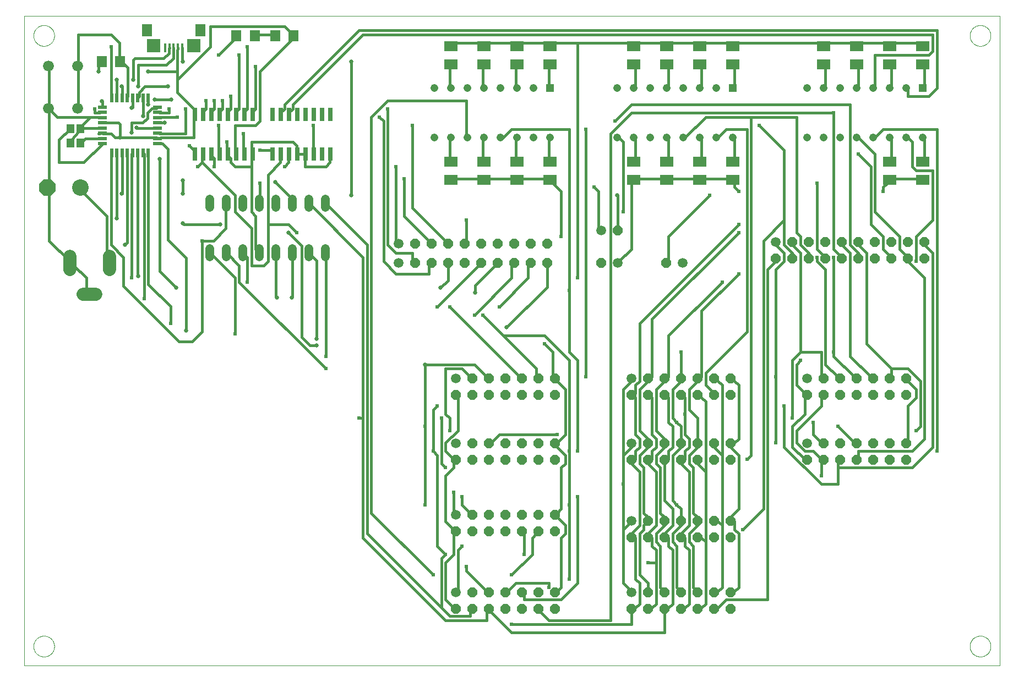
<source format=gtl>
G75*
%MOIN*%
%OFA0B0*%
%FSLAX25Y25*%
%IPPOS*%
%LPD*%
%AMOC8*
5,1,8,0,0,1.08239X$1,22.5*
%
%ADD10C,0.00000*%
%ADD11R,0.05800X0.02000*%
%ADD12R,0.02000X0.05800*%
%ADD13R,0.08268X0.07874*%
%ADD14R,0.06299X0.07480*%
%ADD15R,0.01575X0.05315*%
%ADD16R,0.04724X0.05512*%
%ADD17C,0.05200*%
%ADD18R,0.02600X0.08000*%
%ADD19R,0.04756X0.04756*%
%ADD20C,0.04756*%
%ADD21R,0.07874X0.06299*%
%ADD22C,0.10000*%
%ADD23OC8,0.10000*%
%ADD24C,0.06600*%
%ADD25R,0.06299X0.07087*%
%ADD26C,0.07874*%
%ADD27R,0.06299X0.07098*%
%ADD28C,0.05937*%
%ADD29OC8,0.05937*%
%ADD30C,0.01500*%
%ADD31C,0.01700*%
%ADD32C,0.02578*%
%ADD33C,0.02400*%
D10*
X0003630Y0001000D02*
X0003630Y0394701D01*
X0594181Y0394701D01*
X0594181Y0001000D01*
X0003630Y0001000D01*
X0009142Y0012811D02*
X0009144Y0012969D01*
X0009150Y0013127D01*
X0009160Y0013285D01*
X0009174Y0013443D01*
X0009192Y0013600D01*
X0009213Y0013757D01*
X0009239Y0013913D01*
X0009269Y0014069D01*
X0009302Y0014224D01*
X0009340Y0014377D01*
X0009381Y0014530D01*
X0009426Y0014682D01*
X0009475Y0014833D01*
X0009528Y0014982D01*
X0009584Y0015130D01*
X0009644Y0015276D01*
X0009708Y0015421D01*
X0009776Y0015564D01*
X0009847Y0015706D01*
X0009921Y0015846D01*
X0009999Y0015983D01*
X0010081Y0016119D01*
X0010165Y0016253D01*
X0010254Y0016384D01*
X0010345Y0016513D01*
X0010440Y0016640D01*
X0010537Y0016765D01*
X0010638Y0016887D01*
X0010742Y0017006D01*
X0010849Y0017123D01*
X0010959Y0017237D01*
X0011072Y0017348D01*
X0011187Y0017457D01*
X0011305Y0017562D01*
X0011426Y0017664D01*
X0011549Y0017764D01*
X0011675Y0017860D01*
X0011803Y0017953D01*
X0011933Y0018043D01*
X0012066Y0018129D01*
X0012201Y0018213D01*
X0012337Y0018292D01*
X0012476Y0018369D01*
X0012617Y0018441D01*
X0012759Y0018511D01*
X0012903Y0018576D01*
X0013049Y0018638D01*
X0013196Y0018696D01*
X0013345Y0018751D01*
X0013495Y0018802D01*
X0013646Y0018849D01*
X0013798Y0018892D01*
X0013951Y0018931D01*
X0014106Y0018967D01*
X0014261Y0018998D01*
X0014417Y0019026D01*
X0014573Y0019050D01*
X0014730Y0019070D01*
X0014888Y0019086D01*
X0015045Y0019098D01*
X0015204Y0019106D01*
X0015362Y0019110D01*
X0015520Y0019110D01*
X0015678Y0019106D01*
X0015837Y0019098D01*
X0015994Y0019086D01*
X0016152Y0019070D01*
X0016309Y0019050D01*
X0016465Y0019026D01*
X0016621Y0018998D01*
X0016776Y0018967D01*
X0016931Y0018931D01*
X0017084Y0018892D01*
X0017236Y0018849D01*
X0017387Y0018802D01*
X0017537Y0018751D01*
X0017686Y0018696D01*
X0017833Y0018638D01*
X0017979Y0018576D01*
X0018123Y0018511D01*
X0018265Y0018441D01*
X0018406Y0018369D01*
X0018545Y0018292D01*
X0018681Y0018213D01*
X0018816Y0018129D01*
X0018949Y0018043D01*
X0019079Y0017953D01*
X0019207Y0017860D01*
X0019333Y0017764D01*
X0019456Y0017664D01*
X0019577Y0017562D01*
X0019695Y0017457D01*
X0019810Y0017348D01*
X0019923Y0017237D01*
X0020033Y0017123D01*
X0020140Y0017006D01*
X0020244Y0016887D01*
X0020345Y0016765D01*
X0020442Y0016640D01*
X0020537Y0016513D01*
X0020628Y0016384D01*
X0020717Y0016253D01*
X0020801Y0016119D01*
X0020883Y0015983D01*
X0020961Y0015846D01*
X0021035Y0015706D01*
X0021106Y0015564D01*
X0021174Y0015421D01*
X0021238Y0015276D01*
X0021298Y0015130D01*
X0021354Y0014982D01*
X0021407Y0014833D01*
X0021456Y0014682D01*
X0021501Y0014530D01*
X0021542Y0014377D01*
X0021580Y0014224D01*
X0021613Y0014069D01*
X0021643Y0013913D01*
X0021669Y0013757D01*
X0021690Y0013600D01*
X0021708Y0013443D01*
X0021722Y0013285D01*
X0021732Y0013127D01*
X0021738Y0012969D01*
X0021740Y0012811D01*
X0021738Y0012653D01*
X0021732Y0012495D01*
X0021722Y0012337D01*
X0021708Y0012179D01*
X0021690Y0012022D01*
X0021669Y0011865D01*
X0021643Y0011709D01*
X0021613Y0011553D01*
X0021580Y0011398D01*
X0021542Y0011245D01*
X0021501Y0011092D01*
X0021456Y0010940D01*
X0021407Y0010789D01*
X0021354Y0010640D01*
X0021298Y0010492D01*
X0021238Y0010346D01*
X0021174Y0010201D01*
X0021106Y0010058D01*
X0021035Y0009916D01*
X0020961Y0009776D01*
X0020883Y0009639D01*
X0020801Y0009503D01*
X0020717Y0009369D01*
X0020628Y0009238D01*
X0020537Y0009109D01*
X0020442Y0008982D01*
X0020345Y0008857D01*
X0020244Y0008735D01*
X0020140Y0008616D01*
X0020033Y0008499D01*
X0019923Y0008385D01*
X0019810Y0008274D01*
X0019695Y0008165D01*
X0019577Y0008060D01*
X0019456Y0007958D01*
X0019333Y0007858D01*
X0019207Y0007762D01*
X0019079Y0007669D01*
X0018949Y0007579D01*
X0018816Y0007493D01*
X0018681Y0007409D01*
X0018545Y0007330D01*
X0018406Y0007253D01*
X0018265Y0007181D01*
X0018123Y0007111D01*
X0017979Y0007046D01*
X0017833Y0006984D01*
X0017686Y0006926D01*
X0017537Y0006871D01*
X0017387Y0006820D01*
X0017236Y0006773D01*
X0017084Y0006730D01*
X0016931Y0006691D01*
X0016776Y0006655D01*
X0016621Y0006624D01*
X0016465Y0006596D01*
X0016309Y0006572D01*
X0016152Y0006552D01*
X0015994Y0006536D01*
X0015837Y0006524D01*
X0015678Y0006516D01*
X0015520Y0006512D01*
X0015362Y0006512D01*
X0015204Y0006516D01*
X0015045Y0006524D01*
X0014888Y0006536D01*
X0014730Y0006552D01*
X0014573Y0006572D01*
X0014417Y0006596D01*
X0014261Y0006624D01*
X0014106Y0006655D01*
X0013951Y0006691D01*
X0013798Y0006730D01*
X0013646Y0006773D01*
X0013495Y0006820D01*
X0013345Y0006871D01*
X0013196Y0006926D01*
X0013049Y0006984D01*
X0012903Y0007046D01*
X0012759Y0007111D01*
X0012617Y0007181D01*
X0012476Y0007253D01*
X0012337Y0007330D01*
X0012201Y0007409D01*
X0012066Y0007493D01*
X0011933Y0007579D01*
X0011803Y0007669D01*
X0011675Y0007762D01*
X0011549Y0007858D01*
X0011426Y0007958D01*
X0011305Y0008060D01*
X0011187Y0008165D01*
X0011072Y0008274D01*
X0010959Y0008385D01*
X0010849Y0008499D01*
X0010742Y0008616D01*
X0010638Y0008735D01*
X0010537Y0008857D01*
X0010440Y0008982D01*
X0010345Y0009109D01*
X0010254Y0009238D01*
X0010165Y0009369D01*
X0010081Y0009503D01*
X0009999Y0009639D01*
X0009921Y0009776D01*
X0009847Y0009916D01*
X0009776Y0010058D01*
X0009708Y0010201D01*
X0009644Y0010346D01*
X0009584Y0010492D01*
X0009528Y0010640D01*
X0009475Y0010789D01*
X0009426Y0010940D01*
X0009381Y0011092D01*
X0009340Y0011245D01*
X0009302Y0011398D01*
X0009269Y0011553D01*
X0009239Y0011709D01*
X0009213Y0011865D01*
X0009192Y0012022D01*
X0009174Y0012179D01*
X0009160Y0012337D01*
X0009150Y0012495D01*
X0009144Y0012653D01*
X0009142Y0012811D01*
X0009142Y0382890D02*
X0009144Y0383048D01*
X0009150Y0383206D01*
X0009160Y0383364D01*
X0009174Y0383522D01*
X0009192Y0383679D01*
X0009213Y0383836D01*
X0009239Y0383992D01*
X0009269Y0384148D01*
X0009302Y0384303D01*
X0009340Y0384456D01*
X0009381Y0384609D01*
X0009426Y0384761D01*
X0009475Y0384912D01*
X0009528Y0385061D01*
X0009584Y0385209D01*
X0009644Y0385355D01*
X0009708Y0385500D01*
X0009776Y0385643D01*
X0009847Y0385785D01*
X0009921Y0385925D01*
X0009999Y0386062D01*
X0010081Y0386198D01*
X0010165Y0386332D01*
X0010254Y0386463D01*
X0010345Y0386592D01*
X0010440Y0386719D01*
X0010537Y0386844D01*
X0010638Y0386966D01*
X0010742Y0387085D01*
X0010849Y0387202D01*
X0010959Y0387316D01*
X0011072Y0387427D01*
X0011187Y0387536D01*
X0011305Y0387641D01*
X0011426Y0387743D01*
X0011549Y0387843D01*
X0011675Y0387939D01*
X0011803Y0388032D01*
X0011933Y0388122D01*
X0012066Y0388208D01*
X0012201Y0388292D01*
X0012337Y0388371D01*
X0012476Y0388448D01*
X0012617Y0388520D01*
X0012759Y0388590D01*
X0012903Y0388655D01*
X0013049Y0388717D01*
X0013196Y0388775D01*
X0013345Y0388830D01*
X0013495Y0388881D01*
X0013646Y0388928D01*
X0013798Y0388971D01*
X0013951Y0389010D01*
X0014106Y0389046D01*
X0014261Y0389077D01*
X0014417Y0389105D01*
X0014573Y0389129D01*
X0014730Y0389149D01*
X0014888Y0389165D01*
X0015045Y0389177D01*
X0015204Y0389185D01*
X0015362Y0389189D01*
X0015520Y0389189D01*
X0015678Y0389185D01*
X0015837Y0389177D01*
X0015994Y0389165D01*
X0016152Y0389149D01*
X0016309Y0389129D01*
X0016465Y0389105D01*
X0016621Y0389077D01*
X0016776Y0389046D01*
X0016931Y0389010D01*
X0017084Y0388971D01*
X0017236Y0388928D01*
X0017387Y0388881D01*
X0017537Y0388830D01*
X0017686Y0388775D01*
X0017833Y0388717D01*
X0017979Y0388655D01*
X0018123Y0388590D01*
X0018265Y0388520D01*
X0018406Y0388448D01*
X0018545Y0388371D01*
X0018681Y0388292D01*
X0018816Y0388208D01*
X0018949Y0388122D01*
X0019079Y0388032D01*
X0019207Y0387939D01*
X0019333Y0387843D01*
X0019456Y0387743D01*
X0019577Y0387641D01*
X0019695Y0387536D01*
X0019810Y0387427D01*
X0019923Y0387316D01*
X0020033Y0387202D01*
X0020140Y0387085D01*
X0020244Y0386966D01*
X0020345Y0386844D01*
X0020442Y0386719D01*
X0020537Y0386592D01*
X0020628Y0386463D01*
X0020717Y0386332D01*
X0020801Y0386198D01*
X0020883Y0386062D01*
X0020961Y0385925D01*
X0021035Y0385785D01*
X0021106Y0385643D01*
X0021174Y0385500D01*
X0021238Y0385355D01*
X0021298Y0385209D01*
X0021354Y0385061D01*
X0021407Y0384912D01*
X0021456Y0384761D01*
X0021501Y0384609D01*
X0021542Y0384456D01*
X0021580Y0384303D01*
X0021613Y0384148D01*
X0021643Y0383992D01*
X0021669Y0383836D01*
X0021690Y0383679D01*
X0021708Y0383522D01*
X0021722Y0383364D01*
X0021732Y0383206D01*
X0021738Y0383048D01*
X0021740Y0382890D01*
X0021738Y0382732D01*
X0021732Y0382574D01*
X0021722Y0382416D01*
X0021708Y0382258D01*
X0021690Y0382101D01*
X0021669Y0381944D01*
X0021643Y0381788D01*
X0021613Y0381632D01*
X0021580Y0381477D01*
X0021542Y0381324D01*
X0021501Y0381171D01*
X0021456Y0381019D01*
X0021407Y0380868D01*
X0021354Y0380719D01*
X0021298Y0380571D01*
X0021238Y0380425D01*
X0021174Y0380280D01*
X0021106Y0380137D01*
X0021035Y0379995D01*
X0020961Y0379855D01*
X0020883Y0379718D01*
X0020801Y0379582D01*
X0020717Y0379448D01*
X0020628Y0379317D01*
X0020537Y0379188D01*
X0020442Y0379061D01*
X0020345Y0378936D01*
X0020244Y0378814D01*
X0020140Y0378695D01*
X0020033Y0378578D01*
X0019923Y0378464D01*
X0019810Y0378353D01*
X0019695Y0378244D01*
X0019577Y0378139D01*
X0019456Y0378037D01*
X0019333Y0377937D01*
X0019207Y0377841D01*
X0019079Y0377748D01*
X0018949Y0377658D01*
X0018816Y0377572D01*
X0018681Y0377488D01*
X0018545Y0377409D01*
X0018406Y0377332D01*
X0018265Y0377260D01*
X0018123Y0377190D01*
X0017979Y0377125D01*
X0017833Y0377063D01*
X0017686Y0377005D01*
X0017537Y0376950D01*
X0017387Y0376899D01*
X0017236Y0376852D01*
X0017084Y0376809D01*
X0016931Y0376770D01*
X0016776Y0376734D01*
X0016621Y0376703D01*
X0016465Y0376675D01*
X0016309Y0376651D01*
X0016152Y0376631D01*
X0015994Y0376615D01*
X0015837Y0376603D01*
X0015678Y0376595D01*
X0015520Y0376591D01*
X0015362Y0376591D01*
X0015204Y0376595D01*
X0015045Y0376603D01*
X0014888Y0376615D01*
X0014730Y0376631D01*
X0014573Y0376651D01*
X0014417Y0376675D01*
X0014261Y0376703D01*
X0014106Y0376734D01*
X0013951Y0376770D01*
X0013798Y0376809D01*
X0013646Y0376852D01*
X0013495Y0376899D01*
X0013345Y0376950D01*
X0013196Y0377005D01*
X0013049Y0377063D01*
X0012903Y0377125D01*
X0012759Y0377190D01*
X0012617Y0377260D01*
X0012476Y0377332D01*
X0012337Y0377409D01*
X0012201Y0377488D01*
X0012066Y0377572D01*
X0011933Y0377658D01*
X0011803Y0377748D01*
X0011675Y0377841D01*
X0011549Y0377937D01*
X0011426Y0378037D01*
X0011305Y0378139D01*
X0011187Y0378244D01*
X0011072Y0378353D01*
X0010959Y0378464D01*
X0010849Y0378578D01*
X0010742Y0378695D01*
X0010638Y0378814D01*
X0010537Y0378936D01*
X0010440Y0379061D01*
X0010345Y0379188D01*
X0010254Y0379317D01*
X0010165Y0379448D01*
X0010081Y0379582D01*
X0009999Y0379718D01*
X0009921Y0379855D01*
X0009847Y0379995D01*
X0009776Y0380137D01*
X0009708Y0380280D01*
X0009644Y0380425D01*
X0009584Y0380571D01*
X0009528Y0380719D01*
X0009475Y0380868D01*
X0009426Y0381019D01*
X0009381Y0381171D01*
X0009340Y0381324D01*
X0009302Y0381477D01*
X0009269Y0381632D01*
X0009239Y0381788D01*
X0009213Y0381944D01*
X0009192Y0382101D01*
X0009174Y0382258D01*
X0009160Y0382416D01*
X0009150Y0382574D01*
X0009144Y0382732D01*
X0009142Y0382890D01*
X0576071Y0382890D02*
X0576073Y0383048D01*
X0576079Y0383206D01*
X0576089Y0383364D01*
X0576103Y0383522D01*
X0576121Y0383679D01*
X0576142Y0383836D01*
X0576168Y0383992D01*
X0576198Y0384148D01*
X0576231Y0384303D01*
X0576269Y0384456D01*
X0576310Y0384609D01*
X0576355Y0384761D01*
X0576404Y0384912D01*
X0576457Y0385061D01*
X0576513Y0385209D01*
X0576573Y0385355D01*
X0576637Y0385500D01*
X0576705Y0385643D01*
X0576776Y0385785D01*
X0576850Y0385925D01*
X0576928Y0386062D01*
X0577010Y0386198D01*
X0577094Y0386332D01*
X0577183Y0386463D01*
X0577274Y0386592D01*
X0577369Y0386719D01*
X0577466Y0386844D01*
X0577567Y0386966D01*
X0577671Y0387085D01*
X0577778Y0387202D01*
X0577888Y0387316D01*
X0578001Y0387427D01*
X0578116Y0387536D01*
X0578234Y0387641D01*
X0578355Y0387743D01*
X0578478Y0387843D01*
X0578604Y0387939D01*
X0578732Y0388032D01*
X0578862Y0388122D01*
X0578995Y0388208D01*
X0579130Y0388292D01*
X0579266Y0388371D01*
X0579405Y0388448D01*
X0579546Y0388520D01*
X0579688Y0388590D01*
X0579832Y0388655D01*
X0579978Y0388717D01*
X0580125Y0388775D01*
X0580274Y0388830D01*
X0580424Y0388881D01*
X0580575Y0388928D01*
X0580727Y0388971D01*
X0580880Y0389010D01*
X0581035Y0389046D01*
X0581190Y0389077D01*
X0581346Y0389105D01*
X0581502Y0389129D01*
X0581659Y0389149D01*
X0581817Y0389165D01*
X0581974Y0389177D01*
X0582133Y0389185D01*
X0582291Y0389189D01*
X0582449Y0389189D01*
X0582607Y0389185D01*
X0582766Y0389177D01*
X0582923Y0389165D01*
X0583081Y0389149D01*
X0583238Y0389129D01*
X0583394Y0389105D01*
X0583550Y0389077D01*
X0583705Y0389046D01*
X0583860Y0389010D01*
X0584013Y0388971D01*
X0584165Y0388928D01*
X0584316Y0388881D01*
X0584466Y0388830D01*
X0584615Y0388775D01*
X0584762Y0388717D01*
X0584908Y0388655D01*
X0585052Y0388590D01*
X0585194Y0388520D01*
X0585335Y0388448D01*
X0585474Y0388371D01*
X0585610Y0388292D01*
X0585745Y0388208D01*
X0585878Y0388122D01*
X0586008Y0388032D01*
X0586136Y0387939D01*
X0586262Y0387843D01*
X0586385Y0387743D01*
X0586506Y0387641D01*
X0586624Y0387536D01*
X0586739Y0387427D01*
X0586852Y0387316D01*
X0586962Y0387202D01*
X0587069Y0387085D01*
X0587173Y0386966D01*
X0587274Y0386844D01*
X0587371Y0386719D01*
X0587466Y0386592D01*
X0587557Y0386463D01*
X0587646Y0386332D01*
X0587730Y0386198D01*
X0587812Y0386062D01*
X0587890Y0385925D01*
X0587964Y0385785D01*
X0588035Y0385643D01*
X0588103Y0385500D01*
X0588167Y0385355D01*
X0588227Y0385209D01*
X0588283Y0385061D01*
X0588336Y0384912D01*
X0588385Y0384761D01*
X0588430Y0384609D01*
X0588471Y0384456D01*
X0588509Y0384303D01*
X0588542Y0384148D01*
X0588572Y0383992D01*
X0588598Y0383836D01*
X0588619Y0383679D01*
X0588637Y0383522D01*
X0588651Y0383364D01*
X0588661Y0383206D01*
X0588667Y0383048D01*
X0588669Y0382890D01*
X0588667Y0382732D01*
X0588661Y0382574D01*
X0588651Y0382416D01*
X0588637Y0382258D01*
X0588619Y0382101D01*
X0588598Y0381944D01*
X0588572Y0381788D01*
X0588542Y0381632D01*
X0588509Y0381477D01*
X0588471Y0381324D01*
X0588430Y0381171D01*
X0588385Y0381019D01*
X0588336Y0380868D01*
X0588283Y0380719D01*
X0588227Y0380571D01*
X0588167Y0380425D01*
X0588103Y0380280D01*
X0588035Y0380137D01*
X0587964Y0379995D01*
X0587890Y0379855D01*
X0587812Y0379718D01*
X0587730Y0379582D01*
X0587646Y0379448D01*
X0587557Y0379317D01*
X0587466Y0379188D01*
X0587371Y0379061D01*
X0587274Y0378936D01*
X0587173Y0378814D01*
X0587069Y0378695D01*
X0586962Y0378578D01*
X0586852Y0378464D01*
X0586739Y0378353D01*
X0586624Y0378244D01*
X0586506Y0378139D01*
X0586385Y0378037D01*
X0586262Y0377937D01*
X0586136Y0377841D01*
X0586008Y0377748D01*
X0585878Y0377658D01*
X0585745Y0377572D01*
X0585610Y0377488D01*
X0585474Y0377409D01*
X0585335Y0377332D01*
X0585194Y0377260D01*
X0585052Y0377190D01*
X0584908Y0377125D01*
X0584762Y0377063D01*
X0584615Y0377005D01*
X0584466Y0376950D01*
X0584316Y0376899D01*
X0584165Y0376852D01*
X0584013Y0376809D01*
X0583860Y0376770D01*
X0583705Y0376734D01*
X0583550Y0376703D01*
X0583394Y0376675D01*
X0583238Y0376651D01*
X0583081Y0376631D01*
X0582923Y0376615D01*
X0582766Y0376603D01*
X0582607Y0376595D01*
X0582449Y0376591D01*
X0582291Y0376591D01*
X0582133Y0376595D01*
X0581974Y0376603D01*
X0581817Y0376615D01*
X0581659Y0376631D01*
X0581502Y0376651D01*
X0581346Y0376675D01*
X0581190Y0376703D01*
X0581035Y0376734D01*
X0580880Y0376770D01*
X0580727Y0376809D01*
X0580575Y0376852D01*
X0580424Y0376899D01*
X0580274Y0376950D01*
X0580125Y0377005D01*
X0579978Y0377063D01*
X0579832Y0377125D01*
X0579688Y0377190D01*
X0579546Y0377260D01*
X0579405Y0377332D01*
X0579266Y0377409D01*
X0579130Y0377488D01*
X0578995Y0377572D01*
X0578862Y0377658D01*
X0578732Y0377748D01*
X0578604Y0377841D01*
X0578478Y0377937D01*
X0578355Y0378037D01*
X0578234Y0378139D01*
X0578116Y0378244D01*
X0578001Y0378353D01*
X0577888Y0378464D01*
X0577778Y0378578D01*
X0577671Y0378695D01*
X0577567Y0378814D01*
X0577466Y0378936D01*
X0577369Y0379061D01*
X0577274Y0379188D01*
X0577183Y0379317D01*
X0577094Y0379448D01*
X0577010Y0379582D01*
X0576928Y0379718D01*
X0576850Y0379855D01*
X0576776Y0379995D01*
X0576705Y0380137D01*
X0576637Y0380280D01*
X0576573Y0380425D01*
X0576513Y0380571D01*
X0576457Y0380719D01*
X0576404Y0380868D01*
X0576355Y0381019D01*
X0576310Y0381171D01*
X0576269Y0381324D01*
X0576231Y0381477D01*
X0576198Y0381632D01*
X0576168Y0381788D01*
X0576142Y0381944D01*
X0576121Y0382101D01*
X0576103Y0382258D01*
X0576089Y0382416D01*
X0576079Y0382574D01*
X0576073Y0382732D01*
X0576071Y0382890D01*
X0576071Y0012811D02*
X0576073Y0012969D01*
X0576079Y0013127D01*
X0576089Y0013285D01*
X0576103Y0013443D01*
X0576121Y0013600D01*
X0576142Y0013757D01*
X0576168Y0013913D01*
X0576198Y0014069D01*
X0576231Y0014224D01*
X0576269Y0014377D01*
X0576310Y0014530D01*
X0576355Y0014682D01*
X0576404Y0014833D01*
X0576457Y0014982D01*
X0576513Y0015130D01*
X0576573Y0015276D01*
X0576637Y0015421D01*
X0576705Y0015564D01*
X0576776Y0015706D01*
X0576850Y0015846D01*
X0576928Y0015983D01*
X0577010Y0016119D01*
X0577094Y0016253D01*
X0577183Y0016384D01*
X0577274Y0016513D01*
X0577369Y0016640D01*
X0577466Y0016765D01*
X0577567Y0016887D01*
X0577671Y0017006D01*
X0577778Y0017123D01*
X0577888Y0017237D01*
X0578001Y0017348D01*
X0578116Y0017457D01*
X0578234Y0017562D01*
X0578355Y0017664D01*
X0578478Y0017764D01*
X0578604Y0017860D01*
X0578732Y0017953D01*
X0578862Y0018043D01*
X0578995Y0018129D01*
X0579130Y0018213D01*
X0579266Y0018292D01*
X0579405Y0018369D01*
X0579546Y0018441D01*
X0579688Y0018511D01*
X0579832Y0018576D01*
X0579978Y0018638D01*
X0580125Y0018696D01*
X0580274Y0018751D01*
X0580424Y0018802D01*
X0580575Y0018849D01*
X0580727Y0018892D01*
X0580880Y0018931D01*
X0581035Y0018967D01*
X0581190Y0018998D01*
X0581346Y0019026D01*
X0581502Y0019050D01*
X0581659Y0019070D01*
X0581817Y0019086D01*
X0581974Y0019098D01*
X0582133Y0019106D01*
X0582291Y0019110D01*
X0582449Y0019110D01*
X0582607Y0019106D01*
X0582766Y0019098D01*
X0582923Y0019086D01*
X0583081Y0019070D01*
X0583238Y0019050D01*
X0583394Y0019026D01*
X0583550Y0018998D01*
X0583705Y0018967D01*
X0583860Y0018931D01*
X0584013Y0018892D01*
X0584165Y0018849D01*
X0584316Y0018802D01*
X0584466Y0018751D01*
X0584615Y0018696D01*
X0584762Y0018638D01*
X0584908Y0018576D01*
X0585052Y0018511D01*
X0585194Y0018441D01*
X0585335Y0018369D01*
X0585474Y0018292D01*
X0585610Y0018213D01*
X0585745Y0018129D01*
X0585878Y0018043D01*
X0586008Y0017953D01*
X0586136Y0017860D01*
X0586262Y0017764D01*
X0586385Y0017664D01*
X0586506Y0017562D01*
X0586624Y0017457D01*
X0586739Y0017348D01*
X0586852Y0017237D01*
X0586962Y0017123D01*
X0587069Y0017006D01*
X0587173Y0016887D01*
X0587274Y0016765D01*
X0587371Y0016640D01*
X0587466Y0016513D01*
X0587557Y0016384D01*
X0587646Y0016253D01*
X0587730Y0016119D01*
X0587812Y0015983D01*
X0587890Y0015846D01*
X0587964Y0015706D01*
X0588035Y0015564D01*
X0588103Y0015421D01*
X0588167Y0015276D01*
X0588227Y0015130D01*
X0588283Y0014982D01*
X0588336Y0014833D01*
X0588385Y0014682D01*
X0588430Y0014530D01*
X0588471Y0014377D01*
X0588509Y0014224D01*
X0588542Y0014069D01*
X0588572Y0013913D01*
X0588598Y0013757D01*
X0588619Y0013600D01*
X0588637Y0013443D01*
X0588651Y0013285D01*
X0588661Y0013127D01*
X0588667Y0012969D01*
X0588669Y0012811D01*
X0588667Y0012653D01*
X0588661Y0012495D01*
X0588651Y0012337D01*
X0588637Y0012179D01*
X0588619Y0012022D01*
X0588598Y0011865D01*
X0588572Y0011709D01*
X0588542Y0011553D01*
X0588509Y0011398D01*
X0588471Y0011245D01*
X0588430Y0011092D01*
X0588385Y0010940D01*
X0588336Y0010789D01*
X0588283Y0010640D01*
X0588227Y0010492D01*
X0588167Y0010346D01*
X0588103Y0010201D01*
X0588035Y0010058D01*
X0587964Y0009916D01*
X0587890Y0009776D01*
X0587812Y0009639D01*
X0587730Y0009503D01*
X0587646Y0009369D01*
X0587557Y0009238D01*
X0587466Y0009109D01*
X0587371Y0008982D01*
X0587274Y0008857D01*
X0587173Y0008735D01*
X0587069Y0008616D01*
X0586962Y0008499D01*
X0586852Y0008385D01*
X0586739Y0008274D01*
X0586624Y0008165D01*
X0586506Y0008060D01*
X0586385Y0007958D01*
X0586262Y0007858D01*
X0586136Y0007762D01*
X0586008Y0007669D01*
X0585878Y0007579D01*
X0585745Y0007493D01*
X0585610Y0007409D01*
X0585474Y0007330D01*
X0585335Y0007253D01*
X0585194Y0007181D01*
X0585052Y0007111D01*
X0584908Y0007046D01*
X0584762Y0006984D01*
X0584615Y0006926D01*
X0584466Y0006871D01*
X0584316Y0006820D01*
X0584165Y0006773D01*
X0584013Y0006730D01*
X0583860Y0006691D01*
X0583705Y0006655D01*
X0583550Y0006624D01*
X0583394Y0006596D01*
X0583238Y0006572D01*
X0583081Y0006552D01*
X0582923Y0006536D01*
X0582766Y0006524D01*
X0582607Y0006516D01*
X0582449Y0006512D01*
X0582291Y0006512D01*
X0582133Y0006516D01*
X0581974Y0006524D01*
X0581817Y0006536D01*
X0581659Y0006552D01*
X0581502Y0006572D01*
X0581346Y0006596D01*
X0581190Y0006624D01*
X0581035Y0006655D01*
X0580880Y0006691D01*
X0580727Y0006730D01*
X0580575Y0006773D01*
X0580424Y0006820D01*
X0580274Y0006871D01*
X0580125Y0006926D01*
X0579978Y0006984D01*
X0579832Y0007046D01*
X0579688Y0007111D01*
X0579546Y0007181D01*
X0579405Y0007253D01*
X0579266Y0007330D01*
X0579130Y0007409D01*
X0578995Y0007493D01*
X0578862Y0007579D01*
X0578732Y0007669D01*
X0578604Y0007762D01*
X0578478Y0007858D01*
X0578355Y0007958D01*
X0578234Y0008060D01*
X0578116Y0008165D01*
X0578001Y0008274D01*
X0577888Y0008385D01*
X0577778Y0008499D01*
X0577671Y0008616D01*
X0577567Y0008735D01*
X0577466Y0008857D01*
X0577369Y0008982D01*
X0577274Y0009109D01*
X0577183Y0009238D01*
X0577094Y0009369D01*
X0577010Y0009503D01*
X0576928Y0009639D01*
X0576850Y0009776D01*
X0576776Y0009916D01*
X0576705Y0010058D01*
X0576637Y0010201D01*
X0576573Y0010346D01*
X0576513Y0010492D01*
X0576457Y0010640D01*
X0576404Y0010789D01*
X0576355Y0010940D01*
X0576310Y0011092D01*
X0576269Y0011245D01*
X0576231Y0011398D01*
X0576198Y0011553D01*
X0576168Y0011709D01*
X0576142Y0011865D01*
X0576121Y0012022D01*
X0576103Y0012179D01*
X0576089Y0012337D01*
X0576079Y0012495D01*
X0576073Y0012653D01*
X0576071Y0012811D01*
D11*
X0084267Y0317441D03*
X0084267Y0320541D03*
X0084267Y0323741D03*
X0084267Y0326841D03*
X0084267Y0330041D03*
X0084267Y0333141D03*
X0084267Y0336341D03*
X0084267Y0339441D03*
X0050867Y0339441D03*
X0050867Y0336341D03*
X0050867Y0333141D03*
X0050867Y0330041D03*
X0050867Y0326841D03*
X0050867Y0323741D03*
X0050867Y0320541D03*
X0050867Y0317441D03*
D12*
X0056567Y0311741D03*
X0059667Y0311741D03*
X0062867Y0311741D03*
X0065967Y0311741D03*
X0069167Y0311741D03*
X0072267Y0311741D03*
X0075467Y0311741D03*
X0078567Y0311741D03*
X0078567Y0345141D03*
X0075467Y0345141D03*
X0072267Y0345141D03*
X0069167Y0345141D03*
X0065967Y0345141D03*
X0062867Y0345141D03*
X0059667Y0345141D03*
X0056567Y0345141D03*
D13*
X0081740Y0376748D03*
X0106150Y0376748D03*
D14*
X0110087Y0386000D03*
X0077803Y0386000D03*
D15*
X0088827Y0375469D03*
X0091386Y0375469D03*
X0093945Y0375469D03*
X0096504Y0375469D03*
X0099063Y0375469D03*
D16*
X0037685Y0326413D03*
X0031386Y0326413D03*
X0031386Y0317752D03*
X0037685Y0317752D03*
D17*
X0115874Y0283915D02*
X0115874Y0278715D01*
X0125874Y0278715D02*
X0125874Y0283915D01*
X0135874Y0283915D02*
X0135874Y0278715D01*
X0145874Y0278715D02*
X0145874Y0283915D01*
X0155874Y0283915D02*
X0155874Y0278715D01*
X0165874Y0278715D02*
X0165874Y0283915D01*
X0175874Y0283915D02*
X0175874Y0278715D01*
X0185874Y0278715D02*
X0185874Y0283915D01*
X0185874Y0253915D02*
X0185874Y0248715D01*
X0175874Y0248715D02*
X0175874Y0253915D01*
X0165874Y0253915D02*
X0165874Y0248715D01*
X0155874Y0248715D02*
X0155874Y0253915D01*
X0145874Y0253915D02*
X0145874Y0248715D01*
X0135874Y0248715D02*
X0135874Y0253915D01*
X0125874Y0253915D02*
X0125874Y0248715D01*
X0115874Y0248715D02*
X0115874Y0253915D01*
D18*
X0116878Y0311026D03*
X0121878Y0311026D03*
X0126878Y0311026D03*
X0131878Y0311026D03*
X0136878Y0311026D03*
X0141878Y0311026D03*
X0154004Y0311026D03*
X0159004Y0311026D03*
X0164004Y0311026D03*
X0169004Y0311026D03*
X0174004Y0311026D03*
X0179004Y0311026D03*
X0184004Y0311026D03*
X0189004Y0311026D03*
X0189004Y0335226D03*
X0184004Y0335226D03*
X0179004Y0335226D03*
X0174004Y0335226D03*
X0169004Y0335226D03*
X0164004Y0335226D03*
X0159004Y0335226D03*
X0154004Y0335226D03*
X0141878Y0335226D03*
X0136878Y0335226D03*
X0131878Y0335226D03*
X0126878Y0335226D03*
X0121878Y0335226D03*
X0116878Y0335226D03*
X0111878Y0335226D03*
X0106878Y0335226D03*
X0106878Y0311026D03*
X0111878Y0311026D03*
D19*
X0321937Y0351000D03*
X0432685Y0351000D03*
X0547370Y0351000D03*
D20*
X0537370Y0351000D03*
X0527370Y0351000D03*
X0517370Y0351000D03*
X0507370Y0351000D03*
X0497370Y0351000D03*
X0487370Y0351000D03*
X0477370Y0351000D03*
X0477370Y0321000D03*
X0487370Y0321000D03*
X0497370Y0321000D03*
X0507370Y0321000D03*
X0517370Y0321000D03*
X0527370Y0321000D03*
X0537370Y0321000D03*
X0547370Y0321000D03*
X0432685Y0321000D03*
X0422685Y0321000D03*
X0412685Y0321000D03*
X0402685Y0321000D03*
X0392685Y0321000D03*
X0382685Y0321000D03*
X0372685Y0321000D03*
X0362685Y0321000D03*
X0321937Y0321000D03*
X0311937Y0321000D03*
X0301937Y0321000D03*
X0291937Y0321000D03*
X0281937Y0321000D03*
X0271937Y0321000D03*
X0261937Y0321000D03*
X0251937Y0321000D03*
X0251937Y0351000D03*
X0261937Y0351000D03*
X0271937Y0351000D03*
X0281937Y0351000D03*
X0291937Y0351000D03*
X0301937Y0351000D03*
X0311937Y0351000D03*
X0362685Y0351000D03*
X0372685Y0351000D03*
X0382685Y0351000D03*
X0392685Y0351000D03*
X0402685Y0351000D03*
X0412685Y0351000D03*
X0422685Y0351000D03*
D21*
X0412685Y0365488D03*
X0412685Y0376512D03*
X0432685Y0376512D03*
X0432685Y0365488D03*
X0392685Y0365488D03*
X0392685Y0376512D03*
X0372685Y0376512D03*
X0372685Y0365488D03*
X0321937Y0365488D03*
X0321937Y0376512D03*
X0301937Y0376512D03*
X0301937Y0365488D03*
X0281937Y0365488D03*
X0281937Y0376512D03*
X0261937Y0376512D03*
X0261937Y0365488D03*
X0261937Y0306512D03*
X0261937Y0295488D03*
X0281937Y0295488D03*
X0281937Y0306512D03*
X0301937Y0306512D03*
X0301937Y0295488D03*
X0321937Y0295488D03*
X0321937Y0306512D03*
X0372685Y0306512D03*
X0372685Y0295488D03*
X0392685Y0295488D03*
X0392685Y0306512D03*
X0412685Y0306512D03*
X0412685Y0295488D03*
X0432685Y0295488D03*
X0432685Y0306512D03*
X0487370Y0365488D03*
X0487370Y0376512D03*
X0507370Y0376512D03*
X0507370Y0365488D03*
X0527370Y0365488D03*
X0527370Y0376512D03*
X0547370Y0376512D03*
X0547370Y0365488D03*
X0547370Y0306512D03*
X0547370Y0295488D03*
X0527370Y0295488D03*
X0527370Y0306512D03*
D22*
X0037606Y0290961D03*
D23*
X0017606Y0290961D03*
D24*
X0018052Y0338931D03*
X0035852Y0338931D03*
X0035852Y0364531D03*
X0018052Y0364531D03*
D25*
X0050480Y0367102D03*
X0061504Y0367102D03*
X0155598Y0382890D03*
X0166622Y0382890D03*
D26*
X0055205Y0249031D02*
X0055205Y0241157D01*
X0046937Y0226197D02*
X0039063Y0226197D01*
X0031189Y0241157D02*
X0031189Y0249031D01*
D27*
X0131890Y0382890D03*
X0143087Y0382890D03*
D28*
X0230283Y0256906D03*
X0230283Y0245094D03*
X0264969Y0175291D03*
X0264969Y0135921D03*
X0264969Y0092614D03*
X0264969Y0045370D03*
X0371268Y0045370D03*
X0371268Y0088677D03*
X0371268Y0135921D03*
X0371268Y0175291D03*
X0362961Y0245094D03*
X0352961Y0264780D03*
X0402331Y0245094D03*
X0458630Y0257969D03*
X0477567Y0175291D03*
X0477567Y0135921D03*
D29*
X0487567Y0135921D03*
X0497567Y0135921D03*
X0507567Y0135921D03*
X0517567Y0135921D03*
X0527567Y0135921D03*
X0537567Y0135921D03*
X0537567Y0125921D03*
X0527567Y0125921D03*
X0517567Y0125921D03*
X0507567Y0125921D03*
X0497567Y0125921D03*
X0487567Y0125921D03*
X0477567Y0125921D03*
X0431268Y0125921D03*
X0421268Y0125921D03*
X0411268Y0125921D03*
X0401268Y0125921D03*
X0391268Y0125921D03*
X0381268Y0125921D03*
X0371268Y0125921D03*
X0381268Y0135921D03*
X0391268Y0135921D03*
X0401268Y0135921D03*
X0411268Y0135921D03*
X0421268Y0135921D03*
X0431268Y0135921D03*
X0431268Y0165291D03*
X0421268Y0165291D03*
X0411268Y0165291D03*
X0401268Y0165291D03*
X0391268Y0165291D03*
X0381268Y0165291D03*
X0371268Y0165291D03*
X0381268Y0175291D03*
X0391268Y0175291D03*
X0401268Y0175291D03*
X0411268Y0175291D03*
X0421268Y0175291D03*
X0431268Y0175291D03*
X0477567Y0165291D03*
X0487567Y0165291D03*
X0497567Y0165291D03*
X0507567Y0165291D03*
X0517567Y0165291D03*
X0527567Y0165291D03*
X0537567Y0165291D03*
X0537567Y0175291D03*
X0527567Y0175291D03*
X0517567Y0175291D03*
X0507567Y0175291D03*
X0497567Y0175291D03*
X0487567Y0175291D03*
X0392331Y0245094D03*
X0362961Y0264780D03*
X0352961Y0245094D03*
X0320283Y0245094D03*
X0310283Y0245094D03*
X0300283Y0245094D03*
X0290283Y0245094D03*
X0280283Y0245094D03*
X0270283Y0245094D03*
X0260283Y0245094D03*
X0250283Y0245094D03*
X0240283Y0245094D03*
X0240283Y0256906D03*
X0250283Y0256906D03*
X0260283Y0256906D03*
X0270283Y0256906D03*
X0280283Y0256906D03*
X0290283Y0256906D03*
X0300283Y0256906D03*
X0310283Y0256906D03*
X0320283Y0256906D03*
X0324969Y0175291D03*
X0314969Y0175291D03*
X0304969Y0175291D03*
X0294969Y0175291D03*
X0284969Y0175291D03*
X0274969Y0175291D03*
X0274969Y0165291D03*
X0284969Y0165291D03*
X0294969Y0165291D03*
X0304969Y0165291D03*
X0314969Y0165291D03*
X0324969Y0165291D03*
X0324969Y0135921D03*
X0314969Y0135921D03*
X0304969Y0135921D03*
X0294969Y0135921D03*
X0284969Y0135921D03*
X0274969Y0135921D03*
X0274969Y0125921D03*
X0284969Y0125921D03*
X0294969Y0125921D03*
X0304969Y0125921D03*
X0314969Y0125921D03*
X0324969Y0125921D03*
X0324969Y0092614D03*
X0314969Y0092614D03*
X0304969Y0092614D03*
X0294969Y0092614D03*
X0284969Y0092614D03*
X0274969Y0092614D03*
X0274969Y0082614D03*
X0284969Y0082614D03*
X0294969Y0082614D03*
X0304969Y0082614D03*
X0314969Y0082614D03*
X0324969Y0082614D03*
X0371268Y0078677D03*
X0381268Y0078677D03*
X0391268Y0078677D03*
X0401268Y0078677D03*
X0411268Y0078677D03*
X0421268Y0078677D03*
X0431268Y0078677D03*
X0431268Y0088677D03*
X0421268Y0088677D03*
X0411268Y0088677D03*
X0401268Y0088677D03*
X0391268Y0088677D03*
X0381268Y0088677D03*
X0381268Y0045370D03*
X0391268Y0045370D03*
X0401268Y0045370D03*
X0411268Y0045370D03*
X0421268Y0045370D03*
X0431268Y0045370D03*
X0431268Y0035370D03*
X0421268Y0035370D03*
X0411268Y0035370D03*
X0401268Y0035370D03*
X0391268Y0035370D03*
X0381268Y0035370D03*
X0371268Y0035370D03*
X0324969Y0035370D03*
X0314969Y0035370D03*
X0304969Y0035370D03*
X0294969Y0035370D03*
X0284969Y0035370D03*
X0274969Y0035370D03*
X0264969Y0035370D03*
X0274969Y0045370D03*
X0284969Y0045370D03*
X0294969Y0045370D03*
X0304969Y0045370D03*
X0314969Y0045370D03*
X0324969Y0045370D03*
X0264969Y0082614D03*
X0264969Y0125921D03*
X0264969Y0165291D03*
X0458630Y0247969D03*
X0468630Y0247969D03*
X0468630Y0257969D03*
X0478630Y0257969D03*
X0488630Y0257969D03*
X0498630Y0257969D03*
X0508630Y0257969D03*
X0518630Y0257969D03*
X0528630Y0257969D03*
X0538630Y0257969D03*
X0548630Y0257969D03*
X0548630Y0247969D03*
X0538630Y0247969D03*
X0528630Y0247969D03*
X0518630Y0247969D03*
X0508630Y0247969D03*
X0498630Y0247969D03*
X0488630Y0247969D03*
X0478630Y0247969D03*
D30*
X0478630Y0251000D01*
X0473630Y0256000D01*
X0473630Y0261000D01*
X0471130Y0263500D01*
X0471130Y0333500D01*
X0443630Y0333500D01*
X0443630Y0128500D01*
X0441130Y0126000D01*
X0436130Y0128500D02*
X0436130Y0096000D01*
X0431130Y0091000D01*
X0431268Y0088677D01*
X0433630Y0088500D01*
X0433630Y0083500D01*
X0436130Y0081000D01*
X0436130Y0048500D01*
X0433630Y0046000D01*
X0431268Y0045370D01*
X0428630Y0041000D02*
X0453630Y0041000D01*
X0453630Y0241000D01*
X0458630Y0246000D01*
X0458630Y0247969D01*
X0463630Y0246000D02*
X0463630Y0251000D01*
X0458630Y0256000D01*
X0458630Y0257969D01*
X0463630Y0256000D02*
X0468630Y0251000D01*
X0468630Y0247969D01*
X0463630Y0246000D02*
X0458630Y0241000D01*
X0458630Y0176000D01*
X0458630Y0136000D01*
X0463630Y0133500D02*
X0486130Y0111000D01*
X0496130Y0111000D01*
X0496130Y0121000D01*
X0541130Y0121000D01*
X0553630Y0133500D01*
X0553630Y0251000D01*
X0548630Y0256000D01*
X0548630Y0257969D01*
X0543630Y0261000D02*
X0543630Y0246000D01*
X0538630Y0246000D02*
X0538630Y0247969D01*
X0538630Y0248500D01*
X0533630Y0253500D01*
X0533630Y0261000D01*
X0518630Y0276000D01*
X0518630Y0311000D01*
X0508630Y0321000D01*
X0507370Y0321000D01*
X0517370Y0321000D02*
X0518630Y0321000D01*
X0523630Y0326000D01*
X0556130Y0326000D01*
X0556130Y0131000D01*
X0548630Y0138500D02*
X0541130Y0131000D01*
X0508630Y0131000D01*
X0508630Y0126000D01*
X0507567Y0125921D01*
X0497567Y0125921D02*
X0496130Y0123500D01*
X0496130Y0121000D01*
X0487567Y0125921D02*
X0486130Y0123500D01*
X0486130Y0116000D01*
X0486130Y0126000D02*
X0487567Y0125921D01*
X0486130Y0126000D02*
X0481130Y0131000D01*
X0476130Y0131000D01*
X0471130Y0136000D01*
X0471130Y0143500D01*
X0486130Y0158500D01*
X0486130Y0163500D01*
X0487567Y0165291D01*
X0477567Y0165291D02*
X0476130Y0166000D01*
X0471130Y0171000D01*
X0471130Y0183500D01*
X0473630Y0186000D01*
X0473630Y0191000D02*
X0473630Y0251000D01*
X0468630Y0256000D01*
X0468630Y0257969D01*
X0463630Y0256000D02*
X0463630Y0271000D01*
X0451130Y0258500D01*
X0451130Y0096000D01*
X0438630Y0083500D01*
X0426130Y0086000D02*
X0423630Y0088500D01*
X0421268Y0088677D01*
X0426130Y0086000D02*
X0426130Y0128500D01*
X0426130Y0171000D01*
X0423630Y0173500D01*
X0421268Y0175291D01*
X0416130Y0178500D02*
X0416130Y0171000D01*
X0421130Y0166000D01*
X0421268Y0165291D01*
X0416130Y0161000D02*
X0416130Y0118500D01*
X0416130Y0076000D01*
X0413630Y0078500D01*
X0411268Y0078677D01*
X0416130Y0076000D02*
X0416130Y0038500D01*
X0413630Y0036000D01*
X0411268Y0035370D01*
X0406130Y0038500D02*
X0406130Y0071000D01*
X0403630Y0073500D01*
X0403630Y0078500D01*
X0401268Y0078677D01*
X0401130Y0081000D01*
X0406130Y0086000D01*
X0406130Y0118500D01*
X0401130Y0123500D01*
X0401268Y0125921D01*
X0403630Y0126000D01*
X0403630Y0131000D01*
X0406130Y0133500D01*
X0406130Y0138500D01*
X0403630Y0141000D01*
X0403630Y0153500D01*
X0403630Y0163500D01*
X0401268Y0165291D01*
X0406130Y0168500D02*
X0406130Y0156000D01*
X0411130Y0151000D01*
X0411130Y0136000D01*
X0411268Y0135921D01*
X0411130Y0133500D01*
X0406130Y0128500D01*
X0406130Y0123500D01*
X0408630Y0121000D01*
X0408630Y0093500D01*
X0411130Y0091000D01*
X0411268Y0088677D01*
X0411130Y0088500D01*
X0411130Y0086000D01*
X0406130Y0081000D01*
X0406130Y0076000D01*
X0408630Y0073500D01*
X0408630Y0048500D01*
X0411130Y0046000D01*
X0411268Y0045370D01*
X0421268Y0045370D02*
X0423630Y0046000D01*
X0426130Y0048500D01*
X0426130Y0086000D01*
X0401130Y0086000D02*
X0401130Y0088500D01*
X0401268Y0088677D01*
X0401130Y0091000D01*
X0401130Y0096000D01*
X0398630Y0098500D01*
X0396130Y0101000D01*
X0396130Y0128500D01*
X0401130Y0133500D01*
X0401268Y0135921D01*
X0401130Y0136000D01*
X0401130Y0146000D01*
X0398630Y0148500D01*
X0396130Y0151000D01*
X0396130Y0168500D01*
X0401130Y0173500D01*
X0401268Y0175291D01*
X0401130Y0176000D01*
X0401130Y0191000D01*
X0393630Y0201000D02*
X0393630Y0176000D01*
X0391268Y0175291D01*
X0391130Y0173500D01*
X0386130Y0168500D01*
X0386130Y0143500D01*
X0391130Y0138500D01*
X0391130Y0136000D01*
X0391268Y0135921D01*
X0391130Y0133500D01*
X0386130Y0128500D01*
X0386130Y0123500D01*
X0388630Y0121000D01*
X0388630Y0093500D01*
X0391130Y0091000D01*
X0391268Y0088677D01*
X0391130Y0088500D01*
X0391130Y0086000D01*
X0386130Y0081000D01*
X0386130Y0076000D01*
X0388630Y0073500D01*
X0388630Y0048500D01*
X0391130Y0046000D01*
X0391268Y0045370D01*
X0398630Y0048500D02*
X0398630Y0073500D01*
X0396130Y0076000D01*
X0396130Y0081000D01*
X0401130Y0086000D01*
X0396130Y0086000D02*
X0396130Y0096000D01*
X0391130Y0101000D01*
X0391130Y0123500D01*
X0391268Y0125921D01*
X0393630Y0126000D01*
X0393630Y0131000D01*
X0396130Y0133500D01*
X0396130Y0146000D01*
X0393630Y0148500D01*
X0393630Y0163500D01*
X0391268Y0165291D01*
X0383630Y0163500D02*
X0381268Y0165291D01*
X0383630Y0163500D02*
X0383630Y0141000D01*
X0386130Y0138500D01*
X0386130Y0133500D01*
X0383630Y0131000D01*
X0383630Y0126000D01*
X0381268Y0125921D01*
X0381130Y0123500D01*
X0386130Y0118500D01*
X0386130Y0086000D01*
X0381130Y0081000D01*
X0381268Y0078677D01*
X0383630Y0078500D01*
X0383630Y0073500D01*
X0386130Y0071000D01*
X0386130Y0063500D01*
X0381130Y0063500D01*
X0386130Y0063500D02*
X0386130Y0038500D01*
X0383630Y0036000D01*
X0381268Y0035370D01*
X0376130Y0038500D02*
X0376130Y0051000D01*
X0373630Y0053500D01*
X0373630Y0078500D01*
X0371268Y0078677D01*
X0371130Y0081000D01*
X0376130Y0086000D01*
X0376130Y0118500D01*
X0371130Y0123500D01*
X0371268Y0125921D01*
X0373630Y0126000D01*
X0373630Y0131000D01*
X0376130Y0133500D01*
X0376130Y0138500D01*
X0373630Y0141000D01*
X0373630Y0163500D01*
X0371268Y0165291D01*
X0373630Y0166000D01*
X0373630Y0171000D01*
X0376130Y0173500D01*
X0376130Y0208500D01*
X0436130Y0268500D01*
X0436130Y0263500D02*
X0383630Y0211000D01*
X0383630Y0176000D01*
X0381268Y0175291D01*
X0381130Y0173500D01*
X0376130Y0168500D01*
X0376130Y0143500D01*
X0381130Y0138500D01*
X0381130Y0136000D01*
X0381268Y0135921D01*
X0381130Y0133500D01*
X0376130Y0128500D01*
X0376130Y0123500D01*
X0378630Y0121000D01*
X0378630Y0093500D01*
X0381130Y0091000D01*
X0381268Y0088677D01*
X0381130Y0088500D01*
X0378630Y0086000D01*
X0378630Y0083500D01*
X0376130Y0081000D01*
X0376130Y0056000D01*
X0381130Y0051000D01*
X0381130Y0046000D01*
X0381268Y0045370D01*
X0376130Y0038500D02*
X0373630Y0036000D01*
X0371268Y0035370D01*
X0371130Y0033500D01*
X0371130Y0026000D01*
X0298630Y0026000D01*
X0298630Y0021000D02*
X0391130Y0021000D01*
X0391130Y0033500D01*
X0391268Y0035370D01*
X0393630Y0036000D01*
X0396130Y0038500D01*
X0396130Y0071000D01*
X0393630Y0073500D01*
X0393630Y0078500D01*
X0391268Y0078677D01*
X0391130Y0081000D01*
X0396130Y0086000D01*
X0371268Y0088677D02*
X0371130Y0088500D01*
X0366130Y0083500D01*
X0366130Y0111000D01*
X0366130Y0128500D01*
X0366130Y0168500D01*
X0371130Y0173500D01*
X0371268Y0175291D01*
X0343630Y0176000D02*
X0343630Y0326000D01*
X0333630Y0326000D02*
X0333630Y0228500D01*
X0333630Y0191000D01*
X0338630Y0186000D01*
X0338630Y0131000D01*
X0333630Y0131000D02*
X0333630Y0098500D01*
X0333630Y0053500D01*
X0338630Y0051000D02*
X0328630Y0041000D01*
X0306130Y0041000D01*
X0306130Y0043500D01*
X0304969Y0045370D01*
X0301130Y0051000D02*
X0321130Y0051000D01*
X0321130Y0048500D01*
X0324969Y0045370D02*
X0326130Y0046000D01*
X0328630Y0048500D01*
X0328630Y0078500D01*
X0331130Y0081000D01*
X0331130Y0086000D01*
X0326130Y0091000D01*
X0324969Y0092614D01*
X0326130Y0093500D01*
X0328630Y0096000D01*
X0328630Y0121000D01*
X0331130Y0123500D01*
X0331130Y0128500D01*
X0326130Y0133500D01*
X0324969Y0135921D01*
X0326130Y0136000D01*
X0331130Y0141000D01*
X0331130Y0168500D01*
X0326130Y0173500D01*
X0324969Y0175291D01*
X0323630Y0176000D01*
X0323630Y0191000D01*
X0318630Y0196000D01*
X0318630Y0201000D02*
X0293630Y0201000D01*
X0281130Y0213500D01*
X0276130Y0213500D02*
X0298630Y0236000D01*
X0298630Y0243500D01*
X0300283Y0245094D01*
X0308630Y0243500D02*
X0310283Y0245094D01*
X0308630Y0243500D02*
X0308630Y0236000D01*
X0291130Y0218500D01*
X0295630Y0206000D02*
X0320283Y0230654D01*
X0320283Y0245094D01*
X0338630Y0236000D02*
X0338630Y0378500D01*
X0323630Y0378500D01*
X0321937Y0376512D01*
X0321130Y0378500D01*
X0303630Y0378500D01*
X0301937Y0376512D01*
X0301130Y0378500D01*
X0283630Y0378500D01*
X0281937Y0376512D01*
X0281130Y0378500D01*
X0263630Y0378500D01*
X0261937Y0376512D01*
X0261937Y0365488D02*
X0261130Y0363500D01*
X0261130Y0351000D01*
X0261937Y0351000D01*
X0271130Y0343500D02*
X0271130Y0321000D01*
X0271937Y0321000D01*
X0261937Y0321000D02*
X0261130Y0321000D01*
X0261130Y0308500D01*
X0261937Y0306512D01*
X0263630Y0296000D02*
X0261937Y0295488D01*
X0263630Y0296000D02*
X0281130Y0296000D01*
X0281937Y0295488D01*
X0283630Y0296000D01*
X0301130Y0296000D01*
X0301937Y0295488D01*
X0303630Y0296000D01*
X0321130Y0296000D01*
X0321937Y0295488D01*
X0323630Y0293500D01*
X0328630Y0288500D01*
X0328630Y0261000D01*
X0351130Y0266000D02*
X0352961Y0264780D01*
X0351130Y0266000D02*
X0351130Y0288500D01*
X0348630Y0291000D01*
X0362630Y0286000D02*
X0362961Y0285669D01*
X0362961Y0264780D01*
X0366130Y0276000D02*
X0366130Y0318500D01*
X0363630Y0321000D01*
X0362685Y0321000D01*
X0358630Y0323500D02*
X0371130Y0336000D01*
X0493630Y0336000D01*
X0493630Y0253500D01*
X0498630Y0248500D01*
X0498630Y0247969D01*
X0493630Y0248500D02*
X0493630Y0191000D01*
X0493630Y0188500D01*
X0506130Y0176000D01*
X0507567Y0175291D01*
X0516130Y0176000D02*
X0517567Y0175291D01*
X0516130Y0176000D02*
X0503630Y0188500D01*
X0503630Y0251000D01*
X0498630Y0256000D01*
X0498630Y0257969D01*
X0503630Y0256000D02*
X0508630Y0251000D01*
X0508630Y0247969D01*
X0513630Y0251000D02*
X0513630Y0196000D01*
X0528630Y0181000D01*
X0528630Y0176000D01*
X0527567Y0175291D01*
X0528630Y0181000D02*
X0538630Y0181000D01*
X0546130Y0173500D01*
X0546130Y0146000D01*
X0543630Y0143500D01*
X0548630Y0138500D02*
X0548630Y0236000D01*
X0538630Y0246000D01*
X0528630Y0247969D02*
X0528630Y0248500D01*
X0523630Y0253500D01*
X0523630Y0261000D01*
X0516130Y0268500D01*
X0516130Y0303500D01*
X0508630Y0311000D01*
X0527370Y0306512D02*
X0528630Y0308500D01*
X0528630Y0321000D01*
X0527370Y0321000D01*
X0537370Y0321000D02*
X0538630Y0321000D01*
X0541130Y0318500D01*
X0541130Y0303500D01*
X0543630Y0301000D01*
X0553630Y0301000D01*
X0553630Y0271000D01*
X0543630Y0261000D01*
X0513630Y0251000D02*
X0508630Y0256000D01*
X0508630Y0257969D01*
X0503630Y0256000D02*
X0503630Y0341000D01*
X0371130Y0341000D01*
X0361130Y0331000D01*
X0358630Y0323500D02*
X0358630Y0028500D01*
X0321130Y0028500D01*
X0316130Y0033500D01*
X0314969Y0035370D01*
X0301130Y0051000D02*
X0296130Y0046000D01*
X0294969Y0045370D01*
X0284969Y0045370D02*
X0283630Y0046000D01*
X0271130Y0058500D01*
X0271130Y0061000D01*
X0263630Y0068500D02*
X0263630Y0081000D01*
X0264969Y0082614D01*
X0263630Y0083500D01*
X0258630Y0088500D01*
X0258630Y0116000D01*
X0263630Y0121000D01*
X0263630Y0123500D01*
X0264969Y0125921D01*
X0263630Y0126000D01*
X0258630Y0131000D01*
X0258630Y0136000D01*
X0266130Y0143500D01*
X0266130Y0163500D01*
X0264969Y0165291D01*
X0253630Y0158500D02*
X0251130Y0156000D01*
X0251130Y0131000D01*
X0253630Y0128500D01*
X0253630Y0073500D01*
X0258630Y0068500D01*
X0256130Y0066000D01*
X0256130Y0036000D01*
X0211130Y0081000D01*
X0211130Y0256000D01*
X0186130Y0281000D01*
X0185874Y0281315D01*
X0176130Y0281000D02*
X0175874Y0281315D01*
X0176130Y0281000D02*
X0208630Y0248500D01*
X0208630Y0151000D01*
X0206130Y0151000D01*
X0208630Y0151000D02*
X0208630Y0078500D01*
X0258630Y0028500D01*
X0283630Y0028500D01*
X0283630Y0033500D01*
X0284969Y0035370D01*
X0286130Y0033500D01*
X0298630Y0021000D01*
X0274969Y0035370D02*
X0273630Y0033500D01*
X0273630Y0031000D01*
X0261130Y0031000D01*
X0256130Y0036000D01*
X0258630Y0041000D02*
X0258630Y0063500D01*
X0263630Y0068500D01*
X0266130Y0071000D02*
X0266130Y0046000D01*
X0264969Y0045370D01*
X0258630Y0041000D02*
X0263630Y0036000D01*
X0264969Y0035370D01*
X0251130Y0056000D02*
X0213630Y0093500D01*
X0213630Y0333500D01*
X0223630Y0343500D01*
X0271130Y0343500D01*
X0281130Y0351000D02*
X0281937Y0351000D01*
X0281130Y0351000D02*
X0281130Y0363500D01*
X0281937Y0365488D01*
X0301130Y0363500D02*
X0301130Y0351000D01*
X0301937Y0351000D01*
X0301130Y0363500D02*
X0301937Y0365488D01*
X0321130Y0363500D02*
X0321130Y0351000D01*
X0321937Y0351000D01*
X0321130Y0363500D02*
X0321937Y0365488D01*
X0338630Y0378500D02*
X0371130Y0378500D01*
X0372685Y0376512D01*
X0373630Y0378500D01*
X0391130Y0378500D01*
X0392685Y0376512D01*
X0393630Y0378500D01*
X0411130Y0378500D01*
X0412685Y0376512D01*
X0413630Y0378500D01*
X0431130Y0378500D01*
X0432685Y0376512D01*
X0433630Y0378500D01*
X0486130Y0378500D01*
X0487370Y0376512D01*
X0488630Y0378500D01*
X0506130Y0378500D01*
X0507370Y0376512D01*
X0508630Y0378500D01*
X0526130Y0378500D01*
X0527370Y0376512D01*
X0528630Y0378500D01*
X0546130Y0378500D01*
X0547370Y0376512D01*
X0551130Y0371000D02*
X0518630Y0371000D01*
X0518630Y0351000D01*
X0517370Y0351000D01*
X0508630Y0351000D02*
X0507370Y0351000D01*
X0508630Y0351000D02*
X0508630Y0363500D01*
X0507370Y0365488D01*
X0488630Y0363500D02*
X0488630Y0351000D01*
X0487370Y0351000D01*
X0488630Y0363500D02*
X0487370Y0365488D01*
X0527370Y0365488D02*
X0528630Y0363500D01*
X0528630Y0351000D01*
X0527370Y0351000D01*
X0537370Y0351000D02*
X0538630Y0351000D01*
X0538630Y0346000D01*
X0551130Y0346000D01*
X0556130Y0351000D01*
X0556130Y0386000D01*
X0206130Y0386000D01*
X0161130Y0341000D01*
X0161130Y0338500D01*
X0158630Y0336000D01*
X0159004Y0335226D01*
X0163630Y0336000D02*
X0166130Y0338500D01*
X0166130Y0341000D01*
X0208630Y0383500D01*
X0553630Y0383500D01*
X0553630Y0373500D01*
X0551130Y0371000D01*
X0547370Y0365488D02*
X0548630Y0363500D01*
X0548630Y0351000D01*
X0547370Y0351000D01*
X0547370Y0321000D02*
X0548630Y0321000D01*
X0548630Y0308500D01*
X0547370Y0306512D01*
X0546130Y0296000D02*
X0547370Y0295488D01*
X0546130Y0296000D02*
X0528630Y0296000D01*
X0527370Y0295488D01*
X0526130Y0293500D01*
X0523630Y0291000D01*
X0523630Y0288500D01*
X0483630Y0293500D02*
X0483630Y0253500D01*
X0488630Y0248500D01*
X0488630Y0247969D01*
X0483630Y0248500D02*
X0483630Y0246000D01*
X0488630Y0241000D01*
X0488630Y0183500D01*
X0496130Y0176000D01*
X0497567Y0175291D01*
X0487567Y0175291D02*
X0486130Y0176000D01*
X0486130Y0191000D01*
X0473630Y0191000D01*
X0468630Y0186000D01*
X0468630Y0151000D01*
X0468630Y0146000D02*
X0476130Y0153500D01*
X0476130Y0163500D01*
X0477567Y0165291D01*
X0463630Y0158500D02*
X0463630Y0133500D01*
X0468630Y0133500D02*
X0468630Y0146000D01*
X0481130Y0148500D02*
X0481130Y0141000D01*
X0486130Y0136000D01*
X0487567Y0135921D01*
X0496130Y0146000D02*
X0506130Y0136000D01*
X0507567Y0135921D01*
X0537567Y0135921D02*
X0538630Y0136000D01*
X0538630Y0158500D01*
X0543630Y0163500D01*
X0543630Y0168500D01*
X0538630Y0173500D01*
X0537567Y0175291D01*
X0476130Y0126000D02*
X0468630Y0133500D01*
X0476130Y0126000D02*
X0477567Y0125921D01*
X0436130Y0128500D02*
X0431130Y0133500D01*
X0431268Y0135921D01*
X0433630Y0136000D01*
X0436130Y0138500D01*
X0436130Y0171000D01*
X0433630Y0173500D01*
X0431268Y0175291D01*
X0416130Y0178500D02*
X0441130Y0203500D01*
X0441130Y0326000D01*
X0428630Y0326000D01*
X0423630Y0321000D01*
X0422685Y0321000D01*
X0432685Y0321000D02*
X0433630Y0321000D01*
X0433630Y0308500D01*
X0432685Y0306512D01*
X0431130Y0296000D02*
X0432685Y0295488D01*
X0433630Y0293500D01*
X0433630Y0291000D01*
X0436130Y0288500D01*
X0431130Y0296000D02*
X0413630Y0296000D01*
X0412685Y0295488D01*
X0411130Y0296000D01*
X0393630Y0296000D01*
X0392685Y0295488D01*
X0391130Y0296000D01*
X0373630Y0296000D01*
X0372685Y0295488D01*
X0371130Y0293500D01*
X0371130Y0253500D01*
X0363630Y0246000D01*
X0362961Y0245094D01*
X0392331Y0245094D02*
X0393630Y0246000D01*
X0393630Y0261000D01*
X0418630Y0286000D01*
X0412685Y0306512D02*
X0413630Y0308500D01*
X0413630Y0321000D01*
X0412685Y0321000D01*
X0403630Y0321000D02*
X0402685Y0321000D01*
X0403630Y0321000D02*
X0416130Y0333500D01*
X0443630Y0333500D01*
X0448630Y0328500D02*
X0463630Y0313500D01*
X0463630Y0271000D01*
X0436130Y0238500D02*
X0413630Y0216000D01*
X0413630Y0176000D01*
X0411268Y0175291D01*
X0411130Y0173500D01*
X0406130Y0168500D01*
X0411268Y0165291D02*
X0413630Y0163500D01*
X0416130Y0161000D01*
X0421268Y0135921D02*
X0421130Y0133500D01*
X0426130Y0128500D01*
X0416130Y0118500D02*
X0411130Y0123500D01*
X0411268Y0125921D01*
X0371130Y0133500D02*
X0371268Y0135921D01*
X0371130Y0133500D02*
X0366130Y0128500D01*
X0333630Y0131000D02*
X0333630Y0186000D01*
X0318630Y0201000D01*
X0313630Y0181000D02*
X0293630Y0201000D01*
X0276130Y0183500D02*
X0246130Y0183500D01*
X0246130Y0146000D01*
X0246130Y0098500D01*
X0263630Y0093500D02*
X0264969Y0092614D01*
X0263630Y0093500D02*
X0263630Y0106000D01*
X0268630Y0103500D02*
X0268630Y0098500D01*
X0273630Y0093500D01*
X0274969Y0092614D01*
X0268630Y0073500D02*
X0266130Y0071000D01*
X0298630Y0056000D02*
X0311130Y0068500D01*
X0311130Y0078500D01*
X0313630Y0081000D01*
X0314969Y0082614D01*
X0306130Y0081000D02*
X0304969Y0082614D01*
X0306130Y0081000D02*
X0306130Y0068500D01*
X0338630Y0051000D02*
X0338630Y0103500D01*
X0366130Y0083500D02*
X0366130Y0051000D01*
X0371130Y0046000D01*
X0371268Y0045370D01*
X0398630Y0048500D02*
X0401130Y0046000D01*
X0401268Y0045370D01*
X0406130Y0038500D02*
X0403630Y0036000D01*
X0401268Y0035370D01*
X0421268Y0035370D02*
X0423630Y0036000D01*
X0428630Y0041000D01*
X0291130Y0141000D02*
X0286130Y0136000D01*
X0284969Y0135921D01*
X0291130Y0141000D02*
X0326130Y0141000D01*
X0314969Y0175291D02*
X0313630Y0176000D01*
X0313630Y0181000D01*
X0304969Y0175291D02*
X0303630Y0176000D01*
X0261130Y0218500D01*
X0253630Y0218500D02*
X0278630Y0243500D01*
X0280283Y0245094D01*
X0290283Y0245094D02*
X0276630Y0231441D01*
X0276630Y0227000D01*
X0260283Y0234654D02*
X0255630Y0230000D01*
X0260283Y0234654D02*
X0260283Y0245094D01*
X0250283Y0245094D02*
X0248630Y0243500D01*
X0248630Y0238500D01*
X0228630Y0238500D01*
X0221130Y0246000D01*
X0221130Y0331000D01*
X0218630Y0333500D01*
X0223630Y0338500D02*
X0223630Y0256000D01*
X0228630Y0251000D01*
X0238630Y0251000D01*
X0238630Y0246000D01*
X0240283Y0245094D01*
X0230283Y0256906D02*
X0228630Y0258500D01*
X0228630Y0303500D01*
X0233630Y0296000D02*
X0233630Y0273500D01*
X0248630Y0258500D01*
X0250283Y0256906D01*
X0258630Y0258500D02*
X0260283Y0256906D01*
X0258630Y0258500D02*
X0238630Y0278500D01*
X0238630Y0328500D01*
X0281130Y0321000D02*
X0281130Y0308500D01*
X0281937Y0306512D01*
X0301130Y0308500D02*
X0301937Y0306512D01*
X0301130Y0308500D02*
X0301130Y0321000D01*
X0301937Y0321000D01*
X0298630Y0326000D02*
X0333630Y0326000D01*
X0321937Y0321000D02*
X0321130Y0321000D01*
X0321130Y0308500D01*
X0321937Y0306512D01*
X0298630Y0326000D02*
X0293630Y0321000D01*
X0291937Y0321000D01*
X0281937Y0321000D02*
X0281130Y0321000D01*
X0271130Y0271000D02*
X0271130Y0258500D01*
X0270283Y0256906D01*
X0201630Y0286000D02*
X0201630Y0367000D01*
X0166130Y0381000D02*
X0166622Y0382890D01*
X0166130Y0383500D01*
X0161130Y0388500D01*
X0116130Y0388500D01*
X0116130Y0376000D01*
X0096130Y0356000D01*
X0096130Y0361000D01*
X0096130Y0373500D01*
X0096504Y0375469D01*
X0121130Y0371000D02*
X0131130Y0381000D01*
X0131890Y0382890D01*
X0138630Y0376000D02*
X0138630Y0338500D01*
X0136130Y0336000D01*
X0136878Y0335226D01*
X0141130Y0336000D02*
X0141878Y0335226D01*
X0141130Y0336000D02*
X0143630Y0338500D01*
X0143630Y0364000D01*
X0146130Y0361000D02*
X0146130Y0331000D01*
X0143630Y0328500D01*
X0131130Y0328500D01*
X0131130Y0313500D01*
X0131878Y0311026D01*
X0128630Y0308500D02*
X0128630Y0306000D01*
X0131130Y0303500D01*
X0141130Y0303500D01*
X0141130Y0276000D01*
X0143630Y0273500D01*
X0143630Y0253500D01*
X0145874Y0251315D01*
X0138630Y0248500D02*
X0138630Y0233500D01*
X0133630Y0233500D02*
X0186130Y0181000D01*
X0186130Y0188500D02*
X0186130Y0251000D01*
X0185874Y0251315D01*
X0180630Y0246559D02*
X0180630Y0199000D01*
X0180630Y0195000D02*
X0176630Y0195000D01*
X0171630Y0200000D01*
X0171630Y0255500D01*
X0163630Y0263500D01*
X0163630Y0268500D02*
X0168630Y0263500D01*
X0163630Y0268500D02*
X0151130Y0268500D01*
X0151130Y0298500D01*
X0158630Y0306000D01*
X0158630Y0311000D01*
X0159004Y0311026D01*
X0163630Y0311000D02*
X0164004Y0311026D01*
X0163630Y0311000D02*
X0163630Y0306000D01*
X0161130Y0303500D01*
X0154004Y0311026D02*
X0153630Y0313500D01*
X0146130Y0313500D01*
X0141878Y0311026D02*
X0141130Y0313500D01*
X0141130Y0318500D01*
X0166130Y0318500D01*
X0168630Y0316000D01*
X0168630Y0313500D01*
X0169004Y0311026D01*
X0168630Y0311000D01*
X0173630Y0311000D01*
X0174004Y0311026D01*
X0173630Y0311000D02*
X0173630Y0303500D01*
X0186130Y0303500D01*
X0188630Y0306000D01*
X0188630Y0311000D01*
X0189004Y0311026D01*
X0179004Y0311026D02*
X0178630Y0313500D01*
X0178630Y0328500D01*
X0164004Y0335226D02*
X0163630Y0336000D01*
X0133630Y0338500D02*
X0131130Y0336000D01*
X0131878Y0335226D01*
X0133630Y0338500D02*
X0133630Y0371000D01*
X0143087Y0382890D02*
X0143630Y0383500D01*
X0153630Y0383500D01*
X0155598Y0382890D01*
X0166130Y0381000D02*
X0146130Y0361000D01*
X0128630Y0346000D02*
X0128630Y0338500D01*
X0126130Y0336000D01*
X0126878Y0335226D01*
X0123630Y0338500D02*
X0123630Y0343500D01*
X0123630Y0338500D02*
X0121130Y0336000D01*
X0121878Y0335226D01*
X0118630Y0338500D02*
X0118630Y0343500D01*
X0118630Y0338500D02*
X0116130Y0336000D01*
X0116878Y0335226D01*
X0113630Y0338500D02*
X0113630Y0343500D01*
X0113630Y0338500D02*
X0111130Y0336000D01*
X0111878Y0335226D01*
X0106878Y0335226D02*
X0106130Y0333500D01*
X0106130Y0321000D01*
X0086130Y0321000D01*
X0084267Y0320541D01*
X0083630Y0321000D01*
X0061630Y0321000D01*
X0061630Y0329000D01*
X0060589Y0330041D01*
X0050867Y0330041D01*
X0050867Y0333141D02*
X0048630Y0333500D01*
X0043630Y0333500D01*
X0023483Y0333500D01*
X0018052Y0338931D01*
X0018630Y0341000D01*
X0018630Y0363500D01*
X0018052Y0364531D01*
X0035852Y0364531D02*
X0036130Y0366000D01*
X0036130Y0383500D01*
X0056130Y0383500D01*
X0061130Y0378500D01*
X0061130Y0368500D01*
X0061504Y0367102D01*
X0063630Y0366000D01*
X0066130Y0363500D01*
X0066130Y0346000D01*
X0065967Y0345141D01*
X0062867Y0345141D02*
X0062867Y0351763D01*
X0059667Y0355963D02*
X0059667Y0345141D01*
X0056567Y0345141D02*
X0056130Y0346000D01*
X0056130Y0376000D01*
X0050480Y0367102D02*
X0048630Y0366000D01*
X0036130Y0363500D02*
X0035852Y0364531D01*
X0036130Y0363500D02*
X0036130Y0341000D01*
X0035852Y0338931D01*
X0046130Y0338500D02*
X0046130Y0336000D01*
X0048630Y0336000D01*
X0050867Y0336341D01*
X0050867Y0339441D02*
X0050867Y0342763D01*
X0050630Y0343000D01*
X0043630Y0333500D02*
X0038630Y0328500D01*
X0038236Y0327631D01*
X0039026Y0326841D01*
X0050867Y0326841D01*
X0050867Y0323741D02*
X0051130Y0323500D01*
X0056130Y0323500D01*
X0058630Y0321000D01*
X0061630Y0321000D01*
X0068630Y0324000D02*
X0068630Y0330000D01*
X0075362Y0330000D01*
X0078269Y0332907D01*
X0078269Y0336152D01*
X0080808Y0338691D01*
X0083517Y0338691D01*
X0084267Y0339441D01*
X0084267Y0336341D02*
X0086130Y0336000D01*
X0091130Y0336000D01*
X0091130Y0338500D01*
X0092630Y0344000D02*
X0082630Y0344000D01*
X0078630Y0345078D02*
X0078630Y0341000D01*
X0078630Y0345078D02*
X0078567Y0345141D01*
X0078630Y0346000D01*
X0075467Y0345141D02*
X0075467Y0334163D01*
X0075630Y0334000D01*
X0071630Y0327000D02*
X0071789Y0326841D01*
X0084267Y0326841D01*
X0084267Y0323741D02*
X0086130Y0323500D01*
X0101130Y0323500D01*
X0101130Y0338500D01*
X0106130Y0338500D02*
X0106130Y0336000D01*
X0106878Y0335226D01*
X0106130Y0338500D02*
X0096130Y0348500D01*
X0096130Y0356000D01*
X0090630Y0352000D02*
X0076517Y0352000D01*
X0073117Y0348600D01*
X0073117Y0345991D01*
X0072267Y0345141D01*
X0069167Y0345141D02*
X0069167Y0339537D01*
X0068630Y0339000D01*
X0084267Y0333141D02*
X0086130Y0333500D01*
X0096130Y0333500D01*
X0088491Y0330000D02*
X0084308Y0330000D01*
X0084267Y0330041D01*
X0084267Y0317441D02*
X0087189Y0317441D01*
X0090630Y0314000D01*
X0090630Y0259000D01*
X0101630Y0248000D01*
X0101630Y0204000D01*
X0105130Y0197500D02*
X0111130Y0203500D01*
X0111130Y0258500D01*
X0118130Y0258500D01*
X0125630Y0266000D01*
X0125630Y0281071D01*
X0125874Y0281315D01*
X0131130Y0286000D02*
X0131130Y0276000D01*
X0141130Y0266000D01*
X0141130Y0243500D01*
X0148630Y0243500D01*
X0151130Y0246000D01*
X0151130Y0268500D01*
X0145874Y0281315D02*
X0146130Y0283500D01*
X0146130Y0293500D01*
X0155630Y0294000D02*
X0165874Y0283756D01*
X0165874Y0281315D01*
X0131130Y0286000D02*
X0111130Y0306000D01*
X0111130Y0311000D01*
X0111878Y0311026D01*
X0116130Y0311000D02*
X0118630Y0308500D01*
X0118630Y0303500D01*
X0111130Y0306000D02*
X0108630Y0303500D01*
X0106878Y0311026D02*
X0106130Y0313500D01*
X0103630Y0316000D01*
X0116130Y0311000D02*
X0116878Y0311026D01*
X0121130Y0313500D02*
X0121878Y0311026D01*
X0121130Y0313500D02*
X0121130Y0328500D01*
X0126130Y0318500D02*
X0126130Y0313500D01*
X0126878Y0311026D01*
X0126130Y0311000D01*
X0128630Y0308500D01*
X0136878Y0311026D02*
X0136130Y0313500D01*
X0136130Y0323500D01*
X0141130Y0311000D02*
X0141878Y0311026D01*
X0141130Y0311000D02*
X0141130Y0303500D01*
X0099630Y0295000D02*
X0099630Y0287000D01*
X0099630Y0269000D02*
X0100130Y0268500D01*
X0122130Y0268500D01*
X0125874Y0251315D02*
X0126130Y0251000D01*
X0133630Y0243500D01*
X0133630Y0233500D01*
X0131130Y0236000D02*
X0131130Y0202000D01*
X0105130Y0197500D02*
X0097130Y0197500D01*
X0063630Y0231000D01*
X0063630Y0248500D01*
X0056130Y0256000D01*
X0056130Y0311000D01*
X0056567Y0311741D01*
X0059630Y0311704D02*
X0059667Y0311741D01*
X0059630Y0311704D02*
X0059630Y0272000D01*
X0053630Y0273500D02*
X0053630Y0246000D01*
X0055205Y0245094D01*
X0068630Y0236000D02*
X0068630Y0311000D01*
X0069167Y0311741D01*
X0072267Y0311741D02*
X0072267Y0237363D01*
X0072630Y0237000D01*
X0078630Y0232268D02*
X0092130Y0218768D01*
X0092130Y0208500D01*
X0076130Y0223500D02*
X0076130Y0311000D01*
X0075467Y0311741D01*
X0078567Y0311741D02*
X0078630Y0311000D01*
X0078630Y0232268D01*
X0085630Y0240000D02*
X0085630Y0308000D01*
X0065967Y0311741D02*
X0065967Y0257337D01*
X0064630Y0256000D01*
X0053630Y0273500D02*
X0038630Y0288500D01*
X0037606Y0290961D01*
X0038630Y0291000D01*
X0039630Y0306000D02*
X0024630Y0306000D01*
X0024630Y0319657D01*
X0031386Y0326413D01*
X0036130Y0326000D02*
X0037685Y0326413D01*
X0038236Y0327631D01*
X0036130Y0326000D02*
X0036130Y0324500D01*
X0032630Y0320000D01*
X0032630Y0317500D01*
X0031386Y0317752D01*
X0031130Y0316000D01*
X0031386Y0317752D02*
X0031130Y0318500D01*
X0037685Y0317752D02*
X0040474Y0320541D01*
X0050867Y0320541D01*
X0050867Y0317441D02*
X0050867Y0317237D01*
X0039630Y0306000D01*
X0019630Y0292000D02*
X0018630Y0293000D01*
X0018630Y0338500D01*
X0018052Y0338931D01*
X0048630Y0323500D02*
X0050867Y0323741D01*
X0062867Y0311741D02*
X0062867Y0287237D01*
X0062630Y0287000D01*
X0019630Y0292000D02*
X0018630Y0291000D01*
X0017606Y0290961D01*
X0018630Y0288500D01*
X0018630Y0258500D01*
X0031130Y0246000D01*
X0031189Y0245094D01*
X0033630Y0243500D01*
X0041130Y0236000D01*
X0041130Y0228500D01*
X0043000Y0226197D01*
X0085630Y0240000D02*
X0095630Y0230000D01*
X0116130Y0251000D02*
X0115874Y0251315D01*
X0116130Y0251000D02*
X0131130Y0236000D01*
X0138630Y0248500D02*
X0136130Y0251000D01*
X0135874Y0251315D01*
X0155874Y0251315D02*
X0155874Y0224756D01*
X0156630Y0224000D01*
X0165630Y0224000D02*
X0165874Y0224756D01*
X0165874Y0251315D01*
X0175874Y0251315D02*
X0180630Y0246559D01*
X0258630Y0181000D02*
X0258630Y0153500D01*
X0261130Y0151000D01*
X0261130Y0143500D01*
X0256130Y0151000D02*
X0256130Y0123500D01*
X0258630Y0121000D01*
X0274969Y0175291D02*
X0273630Y0176000D01*
X0268630Y0181000D01*
X0258630Y0181000D01*
X0276130Y0183500D02*
X0283630Y0176000D01*
X0284969Y0175291D01*
X0393630Y0201000D02*
X0426130Y0233500D01*
X0392685Y0306512D02*
X0393630Y0308500D01*
X0393630Y0321000D01*
X0392685Y0321000D01*
X0373630Y0321000D02*
X0373630Y0308500D01*
X0372685Y0306512D01*
X0372685Y0321000D02*
X0373630Y0321000D01*
X0373630Y0351000D02*
X0372685Y0351000D01*
X0373630Y0351000D02*
X0373630Y0363500D01*
X0372685Y0365488D01*
X0392685Y0365488D02*
X0393630Y0363500D01*
X0393630Y0351000D01*
X0392685Y0351000D01*
X0412685Y0351000D02*
X0413630Y0351000D01*
X0413630Y0363500D01*
X0412685Y0365488D01*
X0432685Y0365488D02*
X0433630Y0363500D01*
X0433630Y0351000D01*
X0432685Y0351000D01*
D31*
X0099630Y0367000D02*
X0099063Y0367567D01*
X0099063Y0375469D01*
X0093945Y0375469D02*
X0093945Y0374426D01*
X0093798Y0374280D01*
X0093798Y0369169D01*
X0089630Y0365000D01*
X0072630Y0365000D01*
X0072630Y0352000D01*
X0069630Y0356000D02*
X0069630Y0368000D01*
X0070630Y0369000D01*
X0087854Y0369000D01*
X0091064Y0372210D01*
X0091064Y0375147D01*
X0091386Y0375469D01*
X0096130Y0361000D02*
X0078630Y0361000D01*
X0062867Y0351763D02*
X0062630Y0352000D01*
X0059667Y0355963D02*
X0059630Y0356000D01*
X0048630Y0361000D02*
X0048630Y0365252D01*
X0050480Y0367102D01*
D32*
X0048630Y0361000D03*
X0059630Y0356000D03*
X0062630Y0352000D03*
X0069630Y0356000D03*
X0072630Y0352000D03*
X0078630Y0361000D03*
X0090630Y0352000D03*
X0092630Y0344000D03*
X0082630Y0344000D03*
X0078630Y0341000D03*
X0075630Y0334000D03*
X0071630Y0327000D03*
X0068630Y0324000D03*
X0061630Y0321000D03*
X0085630Y0308000D03*
X0099630Y0295000D03*
X0099630Y0287000D03*
X0099630Y0269000D03*
X0122130Y0268500D03*
X0155630Y0294000D03*
X0163630Y0263500D03*
X0201630Y0286000D03*
X0255630Y0230000D03*
X0276630Y0227000D03*
X0295630Y0206000D03*
X0246130Y0183500D03*
X0180630Y0195000D03*
X0180630Y0199000D03*
X0165630Y0224000D03*
X0156630Y0224000D03*
X0101630Y0204000D03*
X0095630Y0230000D03*
X0072630Y0237000D03*
X0064630Y0256000D03*
X0059630Y0272000D03*
X0062630Y0287000D03*
X0088491Y0330000D03*
X0068630Y0339000D03*
X0050630Y0343000D03*
X0099630Y0367000D03*
X0201630Y0367000D03*
X0362630Y0286000D03*
D33*
X0366130Y0276000D03*
X0348630Y0291000D03*
X0343630Y0326000D03*
X0361130Y0331000D03*
X0418630Y0286000D03*
X0436130Y0288500D03*
X0436130Y0268500D03*
X0436130Y0263500D03*
X0436130Y0238500D03*
X0426130Y0233500D03*
X0483630Y0248500D03*
X0493630Y0248500D03*
X0543630Y0246000D03*
X0523630Y0288500D03*
X0508630Y0311000D03*
X0483630Y0293500D03*
X0448630Y0328500D03*
X0493630Y0336000D03*
X0338630Y0236000D03*
X0333630Y0228500D03*
X0328630Y0261000D03*
X0271130Y0271000D03*
X0233630Y0296000D03*
X0228630Y0303500D03*
X0238630Y0328500D03*
X0223630Y0338500D03*
X0218630Y0333500D03*
X0178630Y0328500D03*
X0161130Y0303500D03*
X0146130Y0293500D03*
X0146130Y0313500D03*
X0136130Y0323500D03*
X0126130Y0318500D03*
X0121130Y0328500D03*
X0103630Y0316000D03*
X0108630Y0303500D03*
X0118630Y0303500D03*
X0096130Y0333500D03*
X0101130Y0338500D03*
X0091130Y0338500D03*
X0113630Y0343500D03*
X0118630Y0343500D03*
X0123630Y0343500D03*
X0128630Y0346000D03*
X0143630Y0364000D03*
X0133630Y0371000D03*
X0138630Y0376000D03*
X0121130Y0371000D03*
X0056130Y0376000D03*
X0046130Y0338500D03*
X0111130Y0258500D03*
X0138630Y0233500D03*
X0131130Y0202000D03*
X0092130Y0208500D03*
X0076130Y0223500D03*
X0068630Y0236000D03*
X0168630Y0263500D03*
X0253630Y0218500D03*
X0261130Y0218500D03*
X0276130Y0213500D03*
X0281130Y0213500D03*
X0291130Y0218500D03*
X0318630Y0196000D03*
X0343630Y0176000D03*
X0326130Y0141000D03*
X0333630Y0131000D03*
X0338630Y0131000D03*
X0366130Y0111000D03*
X0338630Y0103500D03*
X0333630Y0098500D03*
X0306130Y0068500D03*
X0298630Y0056000D03*
X0321130Y0048500D03*
X0333630Y0053500D03*
X0298630Y0026000D03*
X0251130Y0056000D03*
X0258630Y0068500D03*
X0268630Y0073500D03*
X0271130Y0061000D03*
X0246130Y0098500D03*
X0263630Y0106000D03*
X0268630Y0103500D03*
X0258630Y0121000D03*
X0251130Y0131000D03*
X0246130Y0146000D03*
X0256130Y0151000D03*
X0261130Y0143500D03*
X0253630Y0158500D03*
X0206130Y0151000D03*
X0186130Y0181000D03*
X0186130Y0188500D03*
X0381130Y0063500D03*
X0398630Y0098500D03*
X0438630Y0083500D03*
X0486130Y0116000D03*
X0458630Y0136000D03*
X0468630Y0151000D03*
X0463630Y0158500D03*
X0481130Y0148500D03*
X0496130Y0146000D03*
X0543630Y0143500D03*
X0556130Y0131000D03*
X0473630Y0186000D03*
X0458630Y0176000D03*
X0493630Y0191000D03*
X0401130Y0191000D03*
X0403630Y0153500D03*
X0398630Y0148500D03*
X0441130Y0126000D03*
M02*

</source>
